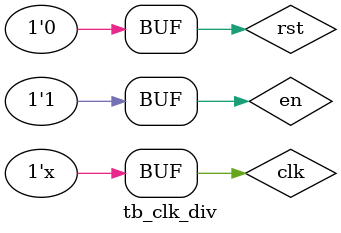
<source format=v>
`timescale 1ns / 1ps

module tb_clk_div();
reg clk,rst,en;
wire div4,div8,div16,div32;
clk_div_2n uut(clk,rst,en, div4,div8,div16,div32);
always #5 clk=~clk;
initial clk=0;
initial begin
rst=1; #10;
rst=0;
en=1;
end
endmodule

</source>
